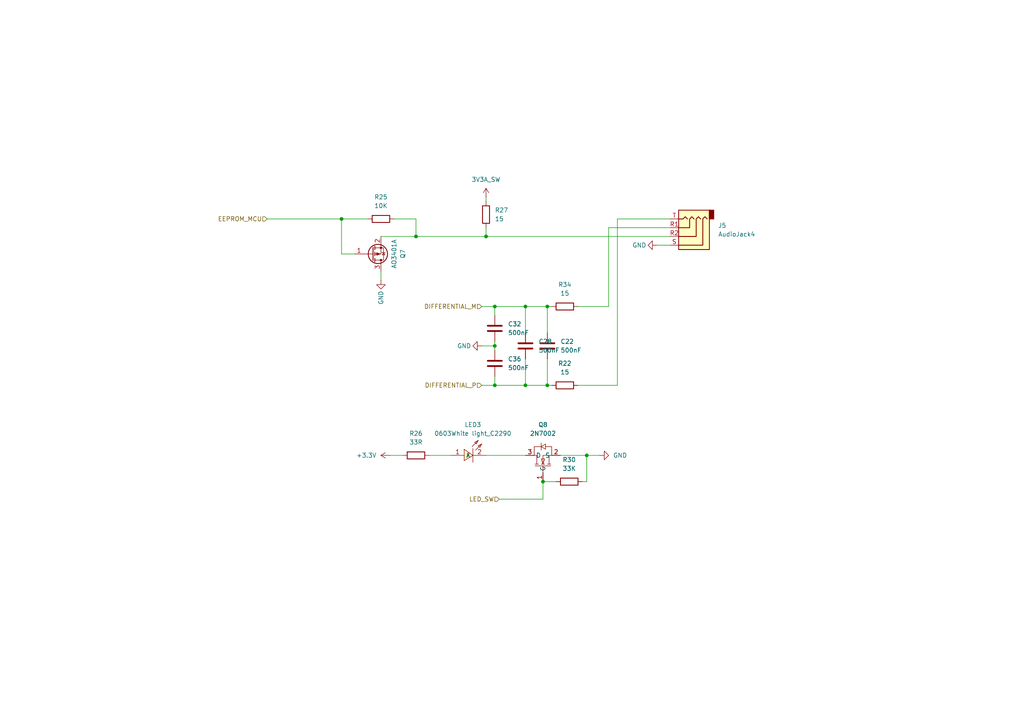
<source format=kicad_sch>
(kicad_sch (version 20231120) (generator "eeschema") (generator_version "8.0")
  (paper "A4")
  (lib_symbols
    (symbol "Connector_Audio:AudioJack4"
      (property "Reference" "J" (at 0 8.89 0))
      (property "Value" "AudioJack4" (at 0 6.35 0))
      (symbol "AudioJack4_0_1"
        (rectangle (start -6.35 -5.08) (end -7.62 -7.62) (stroke (width 0.254)) (fill (type outline)))
        (polyline (pts (xy 0 -5.08) (xy 0.635 -5.715) (xy 1.27 -5.08) (xy 2.54 -5.08)) (stroke (width 0.254)))
        (polyline (pts (xy -5.715 -5.08) (xy -5.08 -5.715) (xy -4.445 -5.08) (xy -4.445 2.54) (xy 2.54 2.54)) (stroke (width 0.254)))
        (polyline (pts (xy -1.905 -5.08) (xy -1.27 -5.715) (xy -0.635 -5.08) (xy -0.635 -2.54) (xy 2.54 -2.54)) (stroke (width 0.254)))
        (polyline (pts (xy 2.54 0) (xy -2.54 0) (xy -2.54 -5.08) (xy -3.175 -5.715) (xy -3.81 -5.08)) (stroke (width 0.254)))
        (rectangle (start 2.54 3.81) (end -6.35 -7.62) (stroke (width 0.254)) (fill (type background)))
      )
      (symbol "AudioJack4_1_1"
        (pin passive line (at 5.08 -2.54 180) (length 2.54) (name "~") (number "R1"))
        (pin passive line (at 5.08 0 180) (length 2.54) (name "~") (number "R2"))
        (pin passive line (at 5.08 2.54 180) (length 2.54) (name "~") (number "S"))
        (pin passive line (at 5.08 -5.08 180) (length 2.54) (name "~") (number "T"))
      )
    )
    (symbol "Device:C" (pin_numbers hide) (pin_names (offset 0.254))
      (property "Reference" "C" (at 0.635 2.54 0))
      (property "Value" "C" (at 0.635 -2.54 0))
      (symbol "C_0_1"
        (polyline (pts (xy -2.032 -0.762) (xy 2.032 -0.762)) (stroke (width 0.508)))
        (polyline (pts (xy -2.032 0.762) (xy 2.032 0.762)) (stroke (width 0.508)))
      )
      (symbol "C_1_1"
        (pin passive line (at 0 3.81 270) (length 2.794) (name "~") (number "1"))
        (pin passive line (at 0 -3.81 90) (length 2.794) (name "~") (number "2"))
      )
    )
    (symbol "Device:R" (pin_numbers hide) (pin_names (offset 0))
      (property "Reference" "R" (at 2.032 0 90))
      (property "Value" "R" (at 0 0 90))
      (symbol "R_0_1"
        (rectangle (start -1.016 -2.54) (end 1.016 2.54) (stroke (width 0.254)))
      )
      (symbol "R_1_1"
        (pin passive line (at 0 3.81 270) (length 1.27) (name "~") (number "1"))
        (pin passive line (at 0 -3.81 90) (length 1.27) (name "~") (number "2"))
      )
    )
    (symbol "Rocketry_Easyeda:0603Whitelight_C2290"
      (property "Reference" "LED" (at 0 3.81 0))
      (property "Value" "0603White light_C2290" (at 0 -6.35 0))
      (symbol "0603Whitelight_C2290_0_1"
        (polyline (pts (xy 1.02 1.27) (xy 2.79 3.05)))
        (polyline (pts (xy 1.27 0.76) (xy 1.27 -3.3)))
        (polyline (pts (xy 2.03 0.25) (xy 3.81 2.03)))
        (polyline (pts (xy -1.27 -2.79) (xy 1.27 -1.27) (xy -1.27 0.51) (xy -1.27 -2.79)) (fill (type background)))
        (polyline (pts (xy 2.79 3.05) (xy 1.78 2.54) (xy 2.29 2.03) (xy 2.79 3.05)) (fill (type background)))
        (polyline (pts (xy 3.81 2.03) (xy 2.79 1.52) (xy 3.3 1.02) (xy 3.81 2.03)) (fill (type background)))
        (pin unspecified line (at -5.08 -1.27 0) (length 3.81) (name "A") (number "1"))
        (pin unspecified line (at 5.08 -1.27 180) (length 3.81) (name "K") (number "2"))
      )
    )
    (symbol "Rocketry_Easyeda:2N7002"
      (property "Reference" "Q" (at 0 10.16 0))
      (property "Value" "2N7002" (at 0 -10.16 0))
      (symbol "2N7002_0_1"
        (polyline (pts (xy -2.54 0) (xy -0.51 0)))
        (polyline (pts (xy -0.51 2.29) (xy -0.51 -2.29)))
        (polyline (pts (xy 0 -2.29) (xy 0 -1.27)))
        (polyline (pts (xy 0 -0.51) (xy 0 0.51)))
        (polyline (pts (xy 0 2.29) (xy 0 1.27)))
        (polyline (pts (xy 2.54 -1.78) (xy 0 -1.78)))
        (polyline (pts (xy 0 0) (xy 1.52 -0.51) (xy 1.52 0.51) (xy 0 0)) (fill (type background)))
        (polyline (pts (xy 5.08 0.51) (xy 4.32 -0.76) (xy 5.84 -0.76) (xy 5.08 0.51)) (fill (type background)))
        (polyline (pts (xy 6.1 0.51) (xy 5.59 0.51) (xy 4.57 0.51) (xy 4.06 0.51)))
        (polyline (pts (xy 0 0) (xy 2.54 0) (xy 2.54 -2.54) (xy 5.08 -2.54) (xy 5.08 -0.76)))
        (polyline (pts (xy 0 1.78) (xy 2.54 1.78) (xy 2.54 2.54) (xy 5.08 2.54) (xy 5.08 0.51)))
        (pin unspecified line (at -5.08 0 0) (length 2.54) (name "G") (number "1"))
        (pin unspecified line (at 2.54 -5.08 90) (length 2.54) (name "S") (number "2"))
        (pin unspecified line (at 2.54 5.08 270) (length 2.54) (name "D") (number "3"))
      )
    )
    (symbol "Transistor_FET:AO3401A" (pin_names hide)
      (property "Reference" "Q" (at 5.08 1.905 0))
      (property "Value" "AO3401A" (at 5.08 0 0))
      (symbol "AO3401A_0_1"
        (polyline (pts (xy 0.254 0) (xy -2.54 0)))
        (polyline (pts (xy 0.254 1.905) (xy 0.254 -1.905)) (stroke (width 0.254)))
        (polyline (pts (xy 0.762 -1.27) (xy 0.762 -2.286)) (stroke (width 0.254)))
        (polyline (pts (xy 0.762 0.508) (xy 0.762 -0.508)) (stroke (width 0.254)))
        (polyline (pts (xy 0.762 2.286) (xy 0.762 1.27)) (stroke (width 0.254)))
        (polyline (pts (xy 2.54 2.54) (xy 2.54 1.778)))
        (polyline (pts (xy 2.54 -2.54) (xy 2.54 0) (xy 0.762 0)))
        (polyline (pts (xy 0.762 1.778) (xy 3.302 1.778) (xy 3.302 -1.778) (xy 0.762 -1.778)))
        (polyline (pts (xy 2.286 0) (xy 1.27 0.381) (xy 1.27 -0.381) (xy 2.286 0)) (fill (type outline)))
        (polyline (pts (xy 2.794 -0.508) (xy 2.921 -0.381) (xy 3.683 -0.381) (xy 3.81 -0.254)))
        (polyline (pts (xy 3.302 -0.381) (xy 2.921 0.254) (xy 3.683 0.254) (xy 3.302 -0.381)))
        (circle (center 1.651 0) (radius 2.794) (stroke (width 0.254)))
        (circle (center 2.54 -1.778) (radius 0.254) (fill (type outline)))
        (circle (center 2.54 1.778) (radius 0.254) (fill (type outline)))
      )
      (symbol "AO3401A_1_1"
        (pin input line (at -5.08 0 0) (length 2.54) (name "G") (number "1"))
        (pin passive line (at 2.54 -5.08 90) (length 2.54) (name "S") (number "2"))
        (pin passive line (at 2.54 5.08 270) (length 2.54) (name "D") (number "3"))
      )
    )
    (symbol "power:+3.3V" (power) (pin_numbers hide) (pin_names (offset 0) hide)
      (property "Value" "+3.3V" (at 0 3.556 0))
      (symbol "+3.3V_0_1"
        (polyline (pts (xy -0.762 1.27) (xy 0 2.54)))
        (polyline (pts (xy 0 0) (xy 0 2.54)))
        (polyline (pts (xy 0 2.54) (xy 0.762 1.27)))
      )
      (symbol "+3.3V_1_1"
        (pin power_in line (at 0 0 90) (length 0) (name "~") (number "1"))
      )
    )
    (symbol "power:+3.3VA" (power) (pin_numbers hide) (pin_names (offset 0) hide)
      (property "Value" "+3.3VA" (at 0 3.556 0))
      (symbol "+3.3VA_0_1"
        (polyline (pts (xy -0.762 1.27) (xy 0 2.54)))
        (polyline (pts (xy 0 0) (xy 0 2.54)))
        (polyline (pts (xy 0 2.54) (xy 0.762 1.27)))
      )
      (symbol "+3.3VA_1_1"
        (pin power_in line (at 0 0 90) (length 0) (name "~") (number "1"))
      )
    )
    (symbol "power:GND" (power) (pin_numbers hide) (pin_names (offset 0) hide)
      (property "Value" "GND" (at 0 -3.81 0))
      (symbol "GND_0_1"
        (polyline (pts (xy 0 0) (xy 0 -1.27) (xy 1.27 -1.27) (xy 0 -2.54) (xy -1.27 -1.27) (xy 0 -1.27)))
      )
      (symbol "GND_1_1"
        (pin power_in line (at 0 0 270) (length 0) (name "~") (number "1"))
      )
    )
  )
  (junction (at 158.75 88.9))
  (junction (at 143.51 100.33))
  (junction (at 140.97 68.58))
  (junction (at 152.4 88.9))
  (junction (at 99.06 63.5))
  (junction (at 157.48 139.7))
  (junction (at 143.51 88.9))
  (junction (at 120.65 68.58))
  (junction (at 158.75 111.76))
  (junction (at 170.18 132.08))
  (junction (at 152.4 111.76))
  (junction (at 143.51 111.76))
  (wire (pts (xy 162.56 132.08) (xy 170.18 132.08)))
  (wire (pts (xy 139.7 111.76) (xy 143.51 111.76)))
  (wire (pts (xy 110.49 68.58) (xy 120.65 68.58)))
  (wire (pts (xy 170.18 139.7) (xy 170.18 132.08)))
  (wire (pts (xy 158.75 88.9) (xy 158.75 96.52)))
  (wire (pts (xy 167.64 88.9) (xy 176.53 88.9)))
  (wire (pts (xy 143.51 99.06) (xy 143.51 100.33)))
  (wire (pts (xy 143.51 100.33) (xy 143.51 101.6)))
  (wire (pts (xy 152.4 88.9) (xy 152.4 96.52)))
  (wire (pts (xy 158.75 111.76) (xy 160.02 111.76)))
  (wire (pts (xy 106.68 63.5) (xy 99.06 63.5)))
  (wire (pts (xy 139.7 100.33) (xy 143.51 100.33)))
  (wire (pts (xy 113.03 132.08) (xy 116.84 132.08)))
  (wire (pts (xy 124.46 132.08) (xy 130.81 132.08)))
  (wire (pts (xy 102.87 73.66) (xy 99.06 73.66)))
  (wire (pts (xy 152.4 104.14) (xy 152.4 111.76)))
  (wire (pts (xy 143.51 111.76) (xy 152.4 111.76)))
  (wire (pts (xy 170.18 132.08) (xy 173.99 132.08)))
  (wire (pts (xy 143.51 109.22) (xy 143.51 111.76)))
  (wire (pts (xy 143.51 88.9) (xy 152.4 88.9)))
  (wire (pts (xy 120.65 63.5) (xy 114.3 63.5)))
  (wire (pts (xy 158.75 104.14) (xy 158.75 111.76)))
  (wire (pts (xy 179.07 63.5) (xy 194.31 63.5)))
  (wire (pts (xy 140.97 68.58) (xy 194.31 68.58)))
  (wire (pts (xy 140.97 57.15) (xy 140.97 58.42)))
  (wire (pts (xy 158.75 88.9) (xy 160.02 88.9)))
  (wire (pts (xy 176.53 66.04) (xy 176.53 88.9)))
  (wire (pts (xy 139.7 88.9) (xy 143.51 88.9)))
  (wire (pts (xy 99.06 63.5) (xy 99.06 73.66)))
  (wire (pts (xy 110.49 78.74) (xy 110.49 81.28)))
  (wire (pts (xy 143.51 88.9) (xy 143.51 91.44)))
  (wire (pts (xy 157.48 144.78) (xy 157.48 139.7)))
  (wire (pts (xy 152.4 88.9) (xy 158.75 88.9)))
  (wire (pts (xy 157.48 139.7) (xy 161.29 139.7)))
  (wire (pts (xy 152.4 111.76) (xy 158.75 111.76)))
  (wire (pts (xy 120.65 63.5) (xy 120.65 68.58)))
  (wire (pts (xy 77.47 63.5) (xy 99.06 63.5)))
  (wire (pts (xy 120.65 68.58) (xy 140.97 68.58)))
  (wire (pts (xy 190.5 71.12) (xy 194.31 71.12)))
  (wire (pts (xy 179.07 63.5) (xy 179.07 111.76)))
  (wire (pts (xy 168.91 139.7) (xy 170.18 139.7)))
  (wire (pts (xy 144.78 144.78) (xy 157.48 144.78)))
  (wire (pts (xy 140.97 66.04) (xy 140.97 68.58)))
  (wire (pts (xy 167.64 111.76) (xy 179.07 111.76)))
  (wire (pts (xy 176.53 66.04) (xy 194.31 66.04)))
  (wire (pts (xy 140.97 132.08) (xy 152.4 132.08)))
  (hierarchical_label "DIFFERENTIAL_P" (shape input) (at 139.7 111.76 180))
  (hierarchical_label "EEPROM_MCU" (shape input) (at 77.47 63.5 180))
  (hierarchical_label "DIFFERENTIAL_M" (shape input) (at 139.7 88.9 180))
  (hierarchical_label "LED_SW" (shape input) (at 144.78 144.78 180))
  (symbol (lib_id "Device:R") (at 163.83 111.76 90) (mirror x) (unit 1)
    (property "Reference" "R22" (at 163.83 105.41 90))
    (property "Value" "15" (at 163.83 107.95 90))
    (property "Description" "Resistor" (effects (hide yes)))
    (instances (project "OZYS_V3_Final" (path "" (reference "R22") (unit 1)) (path "" (reference "R20") (unit 1)) (path "" (reference "R19") (unit 1)) (path "" (reference "R23") (unit 1))))
  )
  (symbol (lib_id "power:GND") (at 110.49 81.28 0) (mirror y) (unit 1)
    (property "Reference" "#PWR051" (effects (hide yes)))
    (property "Value" "GND" (at 110.49 86.36 90))
    (property "Description" "Power symbol creates a global label with name \"GND\" , ground" (effects (hide yes)))
    (instances (project "OZYS_V3_Final" (path "" (reference "#PWR051") (unit 1)) (path "" (reference "#PWR049") (unit 1)) (path "" (reference "#PWR045") (unit 1)) (path "" (reference "#PWR054") (unit 1))))
  )
  (symbol (lib_id "Device:R") (at 110.49 63.5 270) (mirror x) (unit 1)
    (property "Reference" "R25" (at 110.49 57.15 90))
    (property "Value" "10K" (at 110.49 59.69 90))
    (property "Description" "Resistor" (effects (hide yes)))
    (instances (project "OZYS_V3_Final" (path "" (reference "R25") (unit 1)) (path "" (reference "R14") (unit 1)) (path "" (reference "R1") (unit 1)) (path "" (reference "R31") (unit 1))))
  )
  (symbol (lib_id "power:+3.3V") (at 113.03 132.08 90) (unit 1)
    (property "Reference" "#PWR062" (effects (hide yes)))
    (property "Value" "+3.3V" (at 109.22 132.0799 90) (effects (justify left)))
    (property "Description" "Power symbol creates a global label with name \"+3.3V\"" (effects (hide yes)))
    (instances (project "OZYS_V3_Final" (path "" (reference "#PWR062") (unit 1)) (path "" (reference "#PWR05") (unit 1)) (path "" (reference "#PWR04") (unit 1)) (path "" (reference "#PWR069") (unit 1))))
  )
  (symbol (lib_id "Device:C") (at 143.51 105.41 0) (unit 1)
    (property "Reference" "C36" (at 147.32 104.1399 0) (effects (justify left)))
    (property "Value" "500nF" (at 147.32 106.6799 0) (effects (justify left)))
    (property "Description" "Unpolarized capacitor" (effects (hide yes)))
    (instances (project "OZYS_V3_Final" (path "" (reference "C36") (unit 1)) (path "" (reference "C35") (unit 1)) (path "" (reference "C34") (unit 1)) (path "" (reference "C37") (unit 1))))
  )
  (symbol (lib_id "Rocketry_Easyeda:2N7002") (at 157.48 134.62 90) (unit 1)
    (property "Reference" "Q8" (at 157.48 123.19 90))
    (property "Value" "2N7002" (at 157.48 125.73 90))
    (property "Footprint" "Rocketry_Easyeda:SOT-23-3_L2.9-W1.3-P1.90-LS2.4-BR" (effects (hide yes)))
    (property "Datasheet" "https://lcsc.com/product-detail/MOSFET_2N7002-7002_C8545.html" (effects (hide yes)))
    (property "LCSC Part" "C8545" (effects (hide yes)))
    (instances (project "OZYS_V3_Final" (path "" (reference "Q8") (unit 1)) (path "" (reference "Q4") (unit 1)) (path "" (reference "Q6") (unit 1)) (path "" (reference "Q10") (unit 1))))
  )
  (symbol (lib_id "Transistor_FET:AO3401A") (at 107.95 73.66 0) (mirror x) (unit 1)
    (property "Reference" "Q7" (at 116.84 73.66 90))
    (property "Value" "AO3401A" (at 114.3 73.66 90))
    (property "Footprint" "Package_TO_SOT_SMD:SOT-23" (effects (hide yes)))
    (property "Datasheet" "http://www.aosmd.com/pdfs/datasheet/AO3401A.pdf" (effects (hide yes)))
    (property "Description" "-4.0A Id, -30V Vds, P-Channel MOSFET, SOT-23" (effects (hide yes)))
    (instances (project "OZYS_V3_Final" (path "" (reference "Q7") (unit 1)) (path "" (reference "Q3") (unit 1)) (path "" (reference "Q5") (unit 1)) (path "" (reference "Q9") (unit 1))))
  )
  (symbol (lib_id "power:GND") (at 139.7 100.33 270) (mirror x) (unit 1)
    (property "Reference" "#PWR063" (effects (hide yes)))
    (property "Value" "GND" (at 134.62 100.33 90))
    (property "Description" "Power symbol creates a global label with name \"GND\" , ground" (effects (hide yes)))
    (instances (project "OZYS_V3_Final" (path "" (reference "#PWR063") (unit 1)) (path "" (reference "#PWR059") (unit 1)) (path "" (reference "#PWR058") (unit 1)) (path "" (reference "#PWR065") (unit 1))))
  )
  (symbol (lib_id "power:GND") (at 173.99 132.08 90) (unit 1)
    (property "Reference" "#PWR067" (effects (hide yes)))
    (property "Value" "GND" (at 177.8 132.0799 90) (effects (justify right)))
    (property "Description" "Power symbol creates a global label with name \"GND\" , ground" (effects (hide yes)))
    (instances (project "OZYS_V3_Final" (path "" (reference "#PWR067") (unit 1)) (path "" (reference "#PWR060") (unit 1)) (path "" (reference "#PWR055") (unit 1)) (path "" (reference "#PWR074") (unit 1))))
  )
  (symbol (lib_id "power:GND") (at 190.5 71.12 270) (mirror x) (unit 1)
    (property "Reference" "#PWR068" (effects (hide yes)))
    (property "Value" "GND" (at 185.42 71.12 90))
    (property "Description" "Power symbol creates a global label with name \"GND\" , ground" (effects (hide yes)))
    (instances (project "OZYS_V3_Final" (path "" (reference "#PWR068") (unit 1)) (path "" (reference "#PWR061") (unit 1)) (path "" (reference "#PWR056") (unit 1)) (path "" (reference "#PWR075") (unit 1))))
  )
  (symbol (lib_id "Connector_Audio:AudioJack4") (at 199.39 68.58 180) (unit 1)
    (property "Reference" "J5" (at 208.28 65.4049 0) (effects (justify right)))
    (property "Value" "AudioJack4" (at 208.28 67.9449 0) (effects (justify right)))
    (property "Footprint" "Rocketry_Easyeda:AUDIO-TH_PJ-320A-4P-DIP" (effects (hide yes)))
    (property "Description" "Audio Jack, 4 Poles (TRRS)" (effects (hide yes)))
    (instances (project "" (path "" (reference "J5") (unit 1)) (path "" (reference "J4") (unit 1)) (path "" (reference "J3") (unit 1)) (path "" (reference "J6") (unit 1))))
  )
  (symbol (lib_id "Device:C") (at 158.75 100.33 0) (unit 1)
    (property "Reference" "C22" (at 162.56 99.0599 0) (effects (justify left)))
    (property "Value" "500nF" (at 162.56 101.5999 0) (effects (justify left)))
    (property "Description" "Unpolarized capacitor" (effects (hide yes)))
    (instances (project "OZYS_V3_Final" (path "" (reference "C22") (unit 1)) (path "" (reference "C7") (unit 1)) (path "" (reference "C2") (unit 1)) (path "" (reference "C24") (unit 1))))
  )
  (symbol (lib_id "Device:C") (at 143.51 95.25 0) (unit 1)
    (property "Reference" "C32" (at 147.32 93.9799 0) (effects (justify left)))
    (property "Value" "500nF" (at 147.32 96.5199 0) (effects (justify left)))
    (property "Description" "Unpolarized capacitor" (effects (hide yes)))
    (instances (project "OZYS_V3_Final" (path "" (reference "C32") (unit 1)) (path "" (reference "C31") (unit 1)) (path "" (reference "C30") (unit 1)) (path "" (reference "C33") (unit 1))))
  )
  (symbol (lib_id "Rocketry_Easyeda:0603Whitelight_C2290") (at 135.89 130.81 0) (unit 1)
    (property "Reference" "LED3" (at 137.16 123.19 0))
    (property "Value" "0603White light_C2290" (at 137.16 125.73 0))
    (property "Footprint" "Rocketry_Easyeda:LED0603-R-RD_WHITE" (effects (hide yes)))
    (property "Datasheet" "https://lcsc.com/product-detail/Light-Emitting-Diodes-LED_0603White-light_C2290.html" (effects (hide yes)))
    (property "LCSC Part" "C2290" (effects (hide yes)))
    (instances (project "OZYS_V3_Final" (path "" (reference "LED3") (unit 1)) (path "" (reference "LED1") (unit 1)) (path "" (reference "LED2") (unit 1)) (path "" (reference "LED4") (unit 1))))
  )
  (symbol (lib_id "Device:C") (at 152.4 100.33 0) (unit 1)
    (property "Reference" "C28" (at 156.21 99.0599 0) (effects (justify left)))
    (property "Value" "500nF" (at 156.21 101.5999 0) (effects (justify left)))
    (property "Description" "Unpolarized capacitor" (effects (hide yes)))
    (instances (project "OZYS_V3_Final" (path "" (reference "C28") (unit 1)) (path "" (reference "C27") (unit 1)) (path "" (reference "C26") (unit 1)) (path "" (reference "C29") (unit 1))))
  )
  (symbol (lib_id "Device:R") (at 165.1 139.7 90) (unit 1)
    (property "Reference" "R30" (at 165.1 133.35 90))
    (property "Value" "33K" (at 165.1 135.89 90))
    (property "Footprint" "Resistor_SMD:R_0402_1005Metric" (effects (hide yes)))
    (property "Description" "Resistor" (effects (hide yes)))
    (instances (project "OZYS_V3_Final" (path "" (reference "R30") (unit 1)) (path "" (reference "R21") (unit 1)) (path "" (reference "R24") (unit 1)) (path "" (reference "R36") (unit 1))))
  )
  (symbol (lib_id "Device:R") (at 140.97 62.23 0) (mirror y) (unit 1)
    (property "Reference" "R27" (at 143.51 60.9599 0) (effects (justify right)))
    (property "Value" "15" (at 143.51 63.4999 0) (effects (justify right)))
    (property "Description" "Resistor" (effects (hide yes)))
    (instances (project "OZYS_V3_Final" (path "" (reference "R27") (unit 1)) (path "" (reference "R18") (unit 1)) (path "" (reference "R16") (unit 1)) (path "" (reference "R33") (unit 1))))
  )
  (symbol (lib_id "power:+3.3VA") (at 140.97 57.15 0) (unit 1)
    (property "Reference" "#PWR064" (effects (hide yes)))
    (property "Value" "3V3A_SW" (at 140.97 52.07 0))
    (property "Description" "Power symbol creates a global label with name \"+3.3VA\"" (effects (hide yes)))
    (instances (project "OZYS_V3_Final" (path "" (reference "#PWR064") (unit 1)) (path "" (reference "#PWR057") (unit 1)) (path "" (reference "#PWR048") (unit 1)) (path "" (reference "#PWR071") (unit 1))))
  )
  (symbol (lib_id "Device:R") (at 120.65 132.08 90) (unit 1)
    (property "Reference" "R26" (at 120.65 125.73 90))
    (property "Value" "33R" (at 120.65 128.27 90))
    (property "Footprint" "Resistor_SMD:R_0402_1005Metric" (effects (hide yes)))
    (property "Description" "Resistor" (effects (hide yes)))
    (instances (project "OZYS_V3_Final" (path "" (reference "R26") (unit 1)) (path "" (reference "R17") (unit 1)) (path "" (reference "R15") (unit 1)) (path "" (reference "R32") (unit 1))))
  )
  (symbol (lib_id "Device:R") (at 163.83 88.9 90) (mirror x) (unit 1)
    (property "Reference" "R34" (at 163.83 82.55 90))
    (property "Value" "15" (at 163.83 85.09 90))
    (property "Description" "Resistor" (effects (hide yes)))
    (instances (project "OZYS_V3_Final" (path "" (reference "R34") (unit 1)) (path "" (reference "R29") (unit 1)) (path "" (reference "R28") (unit 1)) (path "" (reference "R35") (unit 1))))
  )
)
</source>
